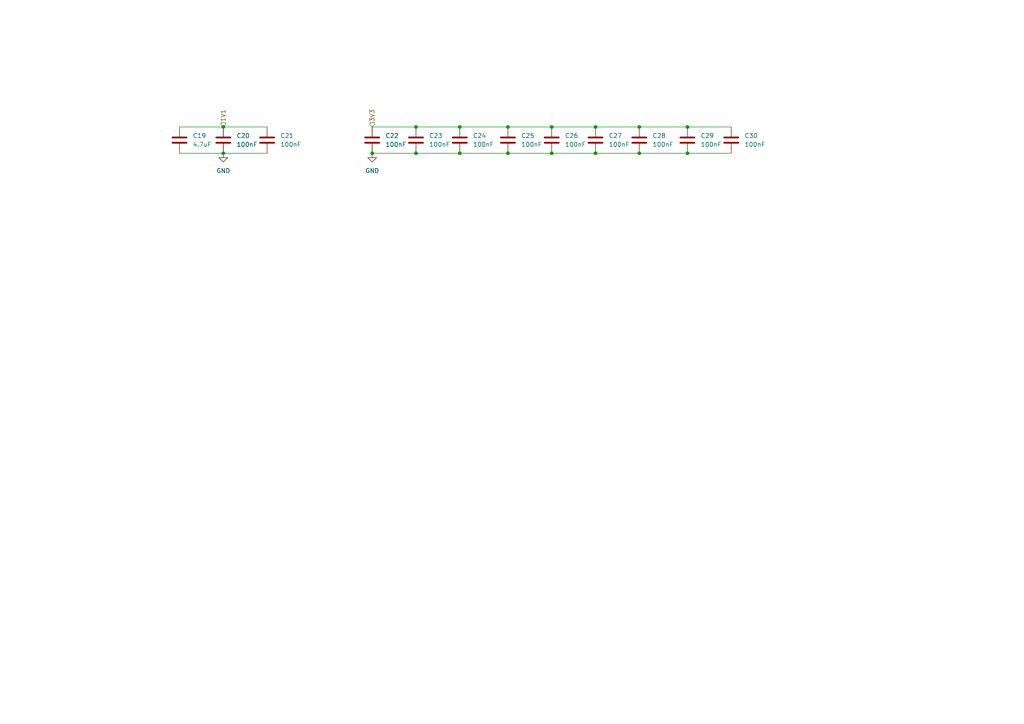
<source format=kicad_sch>
(kicad_sch (version 20231120) (generator "eeschema") (generator_version "8.0")
  (paper "A4")
  (lib_symbols
    (symbol "Device:C" (pin_numbers hide) (pin_names (offset 0.254))
      (property "Reference" "C" (at 0.635 2.54 0))
      (property "Value" "C" (at 0.635 -2.54 0))
      (symbol "C_0_1"
        (polyline (pts (xy -2.032 -0.762) (xy 2.032 -0.762)) (stroke (width 0.508)))
        (polyline (pts (xy -2.032 0.762) (xy 2.032 0.762)) (stroke (width 0.508)))
      )
      (symbol "C_1_1"
        (pin passive line (at 0 3.81 270) (length 2.794) (name "~") (number "1"))
        (pin passive line (at 0 -3.81 90) (length 2.794) (name "~") (number "2"))
      )
    )
    (symbol "power:GND" (power) (pin_numbers hide) (pin_names (offset 0) hide)
      (property "Value" "GND" (at 0 -3.81 0))
      (symbol "GND_0_1"
        (polyline (pts (xy 0 0) (xy 0 -1.27) (xy 1.27 -1.27) (xy 0 -2.54) (xy -1.27 -1.27) (xy 0 -1.27)))
      )
      (symbol "GND_1_1"
        (pin power_in line (at 0 0 270) (length 0) (name "~") (number "1"))
      )
    )
  )
  (junction (at 172.72 44.45))
  (junction (at 133.35 44.45))
  (junction (at 199.39 44.45))
  (junction (at 185.42 36.83))
  (junction (at 133.35 36.83))
  (junction (at 64.77 44.45))
  (junction (at 107.95 44.45))
  (junction (at 172.72 36.83))
  (junction (at 199.39 36.83))
  (junction (at 147.32 44.45))
  (junction (at 147.32 36.83))
  (junction (at 160.02 36.83))
  (junction (at 185.42 44.45))
  (junction (at 64.77 36.83))
  (junction (at 120.65 44.45))
  (junction (at 160.02 44.45))
  (junction (at 120.65 36.83))
  (wire (pts (xy 64.77 44.45) (xy 77.47 44.45)))
  (wire (pts (xy 52.07 36.83) (xy 64.77 36.83)))
  (wire (pts (xy 147.32 36.83) (xy 160.02 36.83)))
  (wire (pts (xy 185.42 36.83) (xy 199.39 36.83)))
  (wire (pts (xy 172.72 36.83) (xy 185.42 36.83)))
  (wire (pts (xy 120.65 36.83) (xy 133.35 36.83)))
  (wire (pts (xy 107.95 36.83) (xy 120.65 36.83)))
  (wire (pts (xy 64.77 36.83) (xy 77.47 36.83)))
  (wire (pts (xy 133.35 44.45) (xy 147.32 44.45)))
  (wire (pts (xy 120.65 44.45) (xy 133.35 44.45)))
  (wire (pts (xy 172.72 44.45) (xy 185.42 44.45)))
  (wire (pts (xy 107.95 44.45) (xy 120.65 44.45)))
  (wire (pts (xy 199.39 44.45) (xy 212.09 44.45)))
  (wire (pts (xy 160.02 44.45) (xy 172.72 44.45)))
  (wire (pts (xy 52.07 44.45) (xy 64.77 44.45)))
  (wire (pts (xy 160.02 36.83) (xy 172.72 36.83)))
  (wire (pts (xy 147.32 44.45) (xy 160.02 44.45)))
  (wire (pts (xy 185.42 44.45) (xy 199.39 44.45)))
  (wire (pts (xy 199.39 36.83) (xy 212.09 36.83)))
  (wire (pts (xy 133.35 36.83) (xy 147.32 36.83)))
  (hierarchical_label "3V3" (shape input) (at 107.95 36.83 90))
  (hierarchical_label "1V1" (shape input) (at 64.77 36.83 90))
  (symbol (lib_id "Device:C") (at 172.72 40.64 180) (unit 1)
    (property "Reference" "C27" (at 176.53 39.3699 0) (effects (justify right)))
    (property "Value" "100nF" (at 176.53 41.9099 0) (effects (justify right)))
    (property "Footprint" "Capacitor_SMD:C_0402_1005Metric" (effects (hide yes)))
    (property "Description" "Unpolarized capacitor" (effects (hide yes)))
  )
  (symbol (lib_id "Device:C") (at 107.95 40.64 180) (unit 1)
    (property "Reference" "C22" (at 111.76 39.3699 0) (effects (justify right)))
    (property "Value" "100nF" (at 111.76 41.9099 0) (effects (justify right)))
    (property "Footprint" "Capacitor_SMD:C_0402_1005Metric" (effects (hide yes)))
    (property "Description" "Unpolarized capacitor" (effects (hide yes)))
  )
  (symbol (lib_id "Device:C") (at 185.42 40.64 180) (unit 1)
    (property "Reference" "C28" (at 189.23 39.3699 0) (effects (justify right)))
    (property "Value" "100nF" (at 189.23 41.9099 0) (effects (justify right)))
    (property "Footprint" "Capacitor_SMD:C_0402_1005Metric" (effects (hide yes)))
    (property "Description" "Unpolarized capacitor" (effects (hide yes)))
  )
  (symbol (lib_id "Device:C") (at 52.07 40.64 180) (unit 1)
    (property "Reference" "C19" (at 55.88 39.3699 0) (effects (justify right)))
    (property "Value" "4.7uF" (at 55.88 41.9099 0) (effects (justify right)))
    (property "Footprint" "Capacitor_SMD:C_0402_1005Metric" (effects (hide yes)))
    (property "Description" "Unpolarized capacitor" (effects (hide yes)))
  )
  (symbol (lib_id "power:GND") (at 64.77 44.45 0) (unit 1)
    (property "Reference" "#PWR050" (effects (hide yes)))
    (property "Value" "GND" (at 64.77 49.53 0))
    (property "Description" "Power symbol creates a global label with name \"GND\" , ground" (effects (hide yes)))
  )
  (symbol (lib_id "Device:C") (at 133.35 40.64 180) (unit 1)
    (property "Reference" "C24" (at 137.16 39.3699 0) (effects (justify right)))
    (property "Value" "100nF" (at 137.16 41.9099 0) (effects (justify right)))
    (property "Footprint" "Capacitor_SMD:C_0402_1005Metric" (effects (hide yes)))
    (property "Description" "Unpolarized capacitor" (effects (hide yes)))
  )
  (symbol (lib_id "Device:C") (at 147.32 40.64 180) (unit 1)
    (property "Reference" "C25" (at 151.13 39.3699 0) (effects (justify right)))
    (property "Value" "100nF" (at 151.13 41.9099 0) (effects (justify right)))
    (property "Footprint" "Capacitor_SMD:C_0402_1005Metric" (effects (hide yes)))
    (property "Description" "Unpolarized capacitor" (effects (hide yes)))
  )
  (symbol (lib_id "Device:C") (at 199.39 40.64 180) (unit 1)
    (property "Reference" "C29" (at 203.2 39.3699 0) (effects (justify right)))
    (property "Value" "100nF" (at 203.2 41.9099 0) (effects (justify right)))
    (property "Footprint" "Capacitor_SMD:C_0402_1005Metric" (effects (hide yes)))
    (property "Description" "Unpolarized capacitor" (effects (hide yes)))
  )
  (symbol (lib_id "power:GND") (at 107.95 44.45 0) (unit 1)
    (property "Reference" "#PWR051" (effects (hide yes)))
    (property "Value" "GND" (at 107.95 49.53 0))
    (property "Description" "Power symbol creates a global label with name \"GND\" , ground" (effects (hide yes)))
  )
  (symbol (lib_id "Device:C") (at 212.09 40.64 180) (unit 1)
    (property "Reference" "C30" (at 215.9 39.3699 0) (effects (justify right)))
    (property "Value" "100nF" (at 215.9 41.9099 0) (effects (justify right)))
    (property "Footprint" "Capacitor_SMD:C_0402_1005Metric" (effects (hide yes)))
    (property "Description" "Unpolarized capacitor" (effects (hide yes)))
  )
  (symbol (lib_id "Device:C") (at 120.65 40.64 180) (unit 1)
    (property "Reference" "C23" (at 124.46 39.3699 0) (effects (justify right)))
    (property "Value" "100nF" (at 124.46 41.9099 0) (effects (justify right)))
    (property "Footprint" "Capacitor_SMD:C_0402_1005Metric" (effects (hide yes)))
    (property "Description" "Unpolarized capacitor" (effects (hide yes)))
  )
  (symbol (lib_id "Device:C") (at 77.47 40.64 180) (unit 1)
    (property "Reference" "C21" (at 81.28 39.3699 0) (effects (justify right)))
    (property "Value" "100nF" (at 81.28 41.9099 0) (effects (justify right)))
    (property "Footprint" "Capacitor_SMD:C_0402_1005Metric" (effects (hide yes)))
    (property "Description" "Unpolarized capacitor" (effects (hide yes)))
  )
  (symbol (lib_id "Device:C") (at 64.77 40.64 180) (unit 1)
    (property "Reference" "C20" (at 68.58 39.3699 0) (effects (justify right)))
    (property "Value" "100nF" (at 68.58 41.9099 0) (effects (justify right)))
    (property "Footprint" "Capacitor_SMD:C_0402_1005Metric" (effects (hide yes)))
    (property "Description" "Unpolarized capacitor" (effects (hide yes)))
  )
  (symbol (lib_id "Device:C") (at 160.02 40.64 180) (unit 1)
    (property "Reference" "C26" (at 163.83 39.3699 0) (effects (justify right)))
    (property "Value" "100nF" (at 163.83 41.9099 0) (effects (justify right)))
    (property "Footprint" "Capacitor_SMD:C_0402_1005Metric" (effects (hide yes)))
    (property "Description" "Unpolarized capacitor" (effects (hide yes)))
  )
)
</source>
